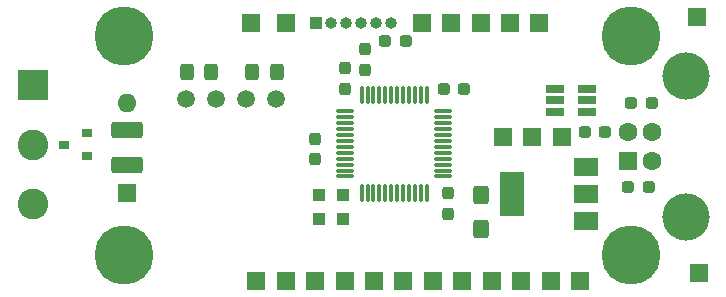
<source format=gbr>
G04 #@! TF.GenerationSoftware,KiCad,Pcbnew,6.0.5*
G04 #@! TF.CreationDate,2022-10-28T16:57:35+03:00*
G04 #@! TF.ProjectId,stm32,73746d33-322e-46b6-9963-61645f706362,rev?*
G04 #@! TF.SameCoordinates,Original*
G04 #@! TF.FileFunction,Soldermask,Top*
G04 #@! TF.FilePolarity,Negative*
%FSLAX46Y46*%
G04 Gerber Fmt 4.6, Leading zero omitted, Abs format (unit mm)*
G04 Created by KiCad (PCBNEW 6.0.5) date 2022-10-28 16:57:35*
%MOMM*%
%LPD*%
G01*
G04 APERTURE LIST*
G04 Aperture macros list*
%AMRoundRect*
0 Rectangle with rounded corners*
0 $1 Rounding radius*
0 $2 $3 $4 $5 $6 $7 $8 $9 X,Y pos of 4 corners*
0 Add a 4 corners polygon primitive as box body*
4,1,4,$2,$3,$4,$5,$6,$7,$8,$9,$2,$3,0*
0 Add four circle primitives for the rounded corners*
1,1,$1+$1,$2,$3*
1,1,$1+$1,$4,$5*
1,1,$1+$1,$6,$7*
1,1,$1+$1,$8,$9*
0 Add four rect primitives between the rounded corners*
20,1,$1+$1,$2,$3,$4,$5,0*
20,1,$1+$1,$4,$5,$6,$7,0*
20,1,$1+$1,$6,$7,$8,$9,0*
20,1,$1+$1,$8,$9,$2,$3,0*%
G04 Aperture macros list end*
%ADD10R,1.500000X1.500000*%
%ADD11RoundRect,0.250000X-0.425000X0.537500X-0.425000X-0.537500X0.425000X-0.537500X0.425000X0.537500X0*%
%ADD12RoundRect,0.237500X-0.237500X0.287500X-0.237500X-0.287500X0.237500X-0.287500X0.237500X0.287500X0*%
%ADD13RoundRect,0.237500X0.287500X0.237500X-0.287500X0.237500X-0.287500X-0.237500X0.287500X-0.237500X0*%
%ADD14RoundRect,0.237500X0.237500X-0.287500X0.237500X0.287500X-0.237500X0.287500X-0.237500X-0.287500X0*%
%ADD15R,0.900000X0.800000*%
%ADD16C,5.000000*%
%ADD17RoundRect,0.075000X-0.662500X-0.075000X0.662500X-0.075000X0.662500X0.075000X-0.662500X0.075000X0*%
%ADD18RoundRect,0.075000X-0.075000X-0.662500X0.075000X-0.662500X0.075000X0.662500X-0.075000X0.662500X0*%
%ADD19RoundRect,0.237500X-0.287500X-0.237500X0.287500X-0.237500X0.287500X0.237500X-0.287500X0.237500X0*%
%ADD20RoundRect,0.250000X-0.325000X-0.450000X0.325000X-0.450000X0.325000X0.450000X-0.325000X0.450000X0*%
%ADD21RoundRect,0.250001X-1.074999X0.462499X-1.074999X-0.462499X1.074999X-0.462499X1.074999X0.462499X0*%
%ADD22R,2.000000X1.500000*%
%ADD23R,2.000000X3.800000*%
%ADD24R,1.560000X0.650000*%
%ADD25R,2.600000X2.600000*%
%ADD26C,2.600000*%
%ADD27O,1.000000X1.000000*%
%ADD28R,1.000000X1.000000*%
%ADD29R,1.600000X1.600000*%
%ADD30O,1.600000X1.600000*%
%ADD31C,1.500000*%
%ADD32C,4.000000*%
%ADD33C,1.600000*%
G04 APERTURE END LIST*
D10*
X111607600Y-62001400D03*
X85725000Y-74218800D03*
X113182400Y-74218800D03*
X110667800Y-74218800D03*
X108153200Y-74218800D03*
D11*
X104800400Y-66903600D03*
X104800400Y-69778600D03*
D12*
X93268800Y-56212800D03*
X93268800Y-57962800D03*
D13*
X103350000Y-57962800D03*
X101600000Y-57962800D03*
D14*
X101955600Y-68501200D03*
X101955600Y-66751200D03*
D12*
X90728800Y-62167800D03*
X90728800Y-63917800D03*
D15*
X71437500Y-63622000D03*
X71437500Y-61722000D03*
X69437500Y-62672000D03*
D16*
X74500000Y-53500000D03*
X117500000Y-53500000D03*
X117500000Y-72000000D03*
X74500000Y-72000000D03*
D13*
X115276600Y-61569600D03*
X113526600Y-61569600D03*
X119227600Y-59182000D03*
X117477600Y-59182000D03*
X96661000Y-53924200D03*
X98411000Y-53924200D03*
D14*
X94945200Y-56360000D03*
X94945200Y-54610000D03*
D17*
X93246500Y-59861000D03*
X93246500Y-60361000D03*
X93246500Y-60861000D03*
X93246500Y-61361000D03*
X93246500Y-61861000D03*
X93246500Y-62361000D03*
X93246500Y-62861000D03*
X93246500Y-63361000D03*
X93246500Y-63861000D03*
X93246500Y-64361000D03*
X93246500Y-64861000D03*
X93246500Y-65361000D03*
D18*
X94659000Y-66773500D03*
X95159000Y-66773500D03*
X95659000Y-66773500D03*
X96159000Y-66773500D03*
X96659000Y-66773500D03*
X97159000Y-66773500D03*
X97659000Y-66773500D03*
X98159000Y-66773500D03*
X98659000Y-66773500D03*
X99159000Y-66773500D03*
X99659000Y-66773500D03*
X100159000Y-66773500D03*
D17*
X101571500Y-65361000D03*
X101571500Y-64861000D03*
X101571500Y-64361000D03*
X101571500Y-63861000D03*
X101571500Y-63361000D03*
X101571500Y-62861000D03*
X101571500Y-62361000D03*
X101571500Y-61861000D03*
X101571500Y-61361000D03*
X101571500Y-60861000D03*
X101571500Y-60361000D03*
X101571500Y-59861000D03*
D18*
X100159000Y-58448500D03*
X99659000Y-58448500D03*
X99159000Y-58448500D03*
X98659000Y-58448500D03*
X98159000Y-58448500D03*
X97659000Y-58448500D03*
X97159000Y-58448500D03*
X96659000Y-58448500D03*
X96159000Y-58448500D03*
X95659000Y-58448500D03*
X95159000Y-58448500D03*
X94659000Y-58448500D03*
D19*
X117195600Y-66243200D03*
X118945600Y-66243200D03*
D20*
X85407500Y-56515000D03*
X87457500Y-56515000D03*
X79865000Y-56515000D03*
X81915000Y-56515000D03*
D21*
X74828400Y-61417200D03*
X74828400Y-64392200D03*
D22*
X113690400Y-69166800D03*
X113690400Y-66866800D03*
D23*
X107390400Y-66866800D03*
D22*
X113690400Y-64566800D03*
D24*
X113741200Y-59878000D03*
X113741200Y-58928000D03*
X113741200Y-57978000D03*
X111041200Y-57978000D03*
X111041200Y-58928000D03*
X111041200Y-59878000D03*
D25*
X66802000Y-57658000D03*
D26*
X66802000Y-62658000D03*
X66802000Y-67658000D03*
D27*
X97150400Y-52400200D03*
X95880400Y-52400200D03*
X94610400Y-52400200D03*
X93340400Y-52400200D03*
X92070400Y-52400200D03*
D28*
X90800400Y-52400200D03*
D29*
X74828400Y-66751200D03*
D30*
X74828400Y-59131200D03*
D31*
X87439500Y-58801000D03*
X84899500Y-58801000D03*
X82359500Y-58801000D03*
X79819500Y-58801000D03*
D32*
X122081000Y-56821500D03*
X122081000Y-68821500D03*
D33*
X119221000Y-64071500D03*
X119221000Y-61571500D03*
X117221000Y-61571500D03*
D29*
X117221000Y-64071500D03*
D10*
X103174800Y-74218800D03*
X85293200Y-52349400D03*
X99744000Y-52400200D03*
X102230400Y-52400200D03*
X109698000Y-52400200D03*
D28*
X93065600Y-66954400D03*
D10*
X100685600Y-74218800D03*
D28*
X91084400Y-66954400D03*
D10*
X93218000Y-74218800D03*
X98196400Y-74218800D03*
X109093000Y-62001400D03*
X123190000Y-73507600D03*
D28*
X93065600Y-68935600D03*
D10*
X90728800Y-74218800D03*
X104719600Y-52400200D03*
X106603800Y-62001400D03*
X88239600Y-74218800D03*
X95707200Y-74218800D03*
D28*
X91084400Y-68935600D03*
D10*
X105664000Y-74218800D03*
X107208800Y-52400200D03*
X88290400Y-52349400D03*
X123037600Y-51866800D03*
M02*

</source>
